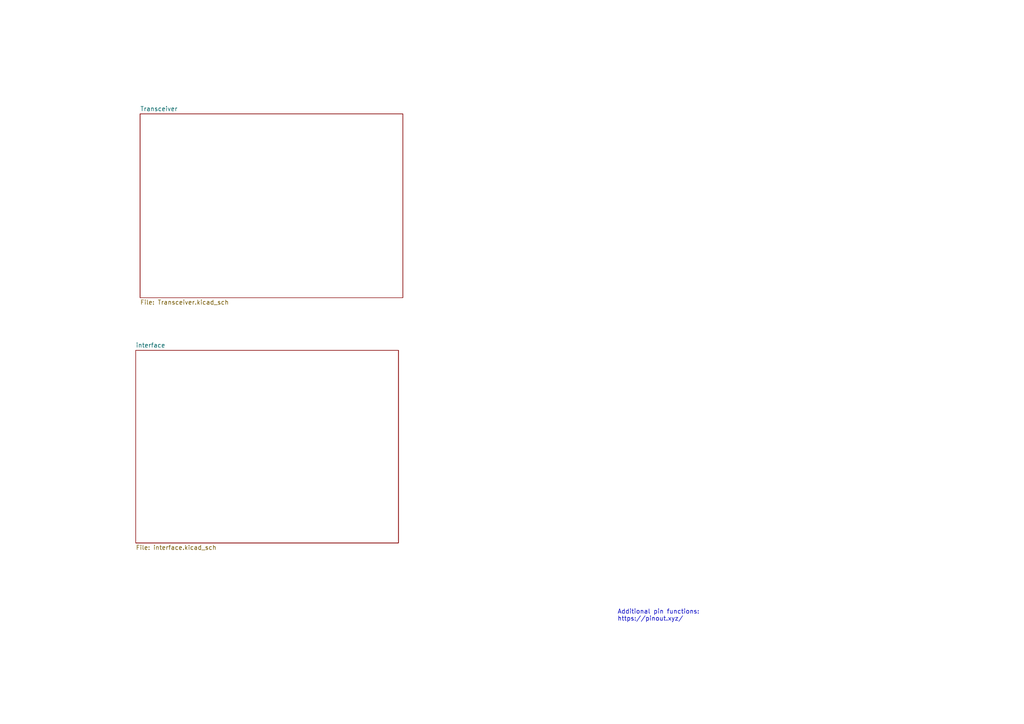
<source format=kicad_sch>
(kicad_sch
	(version 20231120)
	(generator "eeschema")
	(generator_version "8.0")
	(uuid "e63e39d7-6ac0-4ffd-8aa3-1841a4541b55")
	(paper "A4")
	(title_block
		(date "15 nov 2012")
	)
	(lib_symbols)
	(text "Additional pin functions:\nhttps://pinout.xyz/"
		(exclude_from_sim no)
		(at 179.07 180.34 0)
		(effects
			(font
				(size 1.27 1.27)
			)
			(justify left bottom)
		)
		(uuid "f821f61c-6b6a-4864-ace3-a78a834a9305")
	)
	(sheet
		(at 40.64 33.02)
		(size 76.2 53.34)
		(fields_autoplaced yes)
		(stroke
			(width 0.1524)
			(type solid)
		)
		(fill
			(color 0 0 0 0.0000)
		)
		(uuid "2a8615e5-e2b9-4439-b026-97ca37e1c38e")
		(property "Sheetname" "Transceiver"
			(at 40.64 32.3084 0)
			(effects
				(font
					(size 1.27 1.27)
				)
				(justify left bottom)
			)
		)
		(property "Sheetfile" "Transceiver.kicad_sch"
			(at 40.64 86.9446 0)
			(effects
				(font
					(size 1.27 1.27)
				)
				(justify left top)
			)
		)
		(instances
			(project "raspberry_pi_hat"
				(path "/e63e39d7-6ac0-4ffd-8aa3-1841a4541b55"
					(page "2")
				)
			)
		)
	)
	(sheet
		(at 39.37 101.6)
		(size 76.2 55.88)
		(fields_autoplaced yes)
		(stroke
			(width 0.1524)
			(type solid)
		)
		(fill
			(color 0 0 0 0.0000)
		)
		(uuid "acbfc947-ae57-46ef-b775-e46d9583227a")
		(property "Sheetname" "interface"
			(at 39.37 100.8884 0)
			(effects
				(font
					(size 1.27 1.27)
				)
				(justify left bottom)
			)
		)
		(property "Sheetfile" "interface.kicad_sch"
			(at 39.37 158.0646 0)
			(effects
				(font
					(size 1.27 1.27)
				)
				(justify left top)
			)
		)
		(instances
			(project "raspberry_pi_hat"
				(path "/e63e39d7-6ac0-4ffd-8aa3-1841a4541b55"
					(page "3")
				)
			)
		)
	)
	(sheet_instances
		(path "/"
			(page "1")
		)
	)
)

</source>
